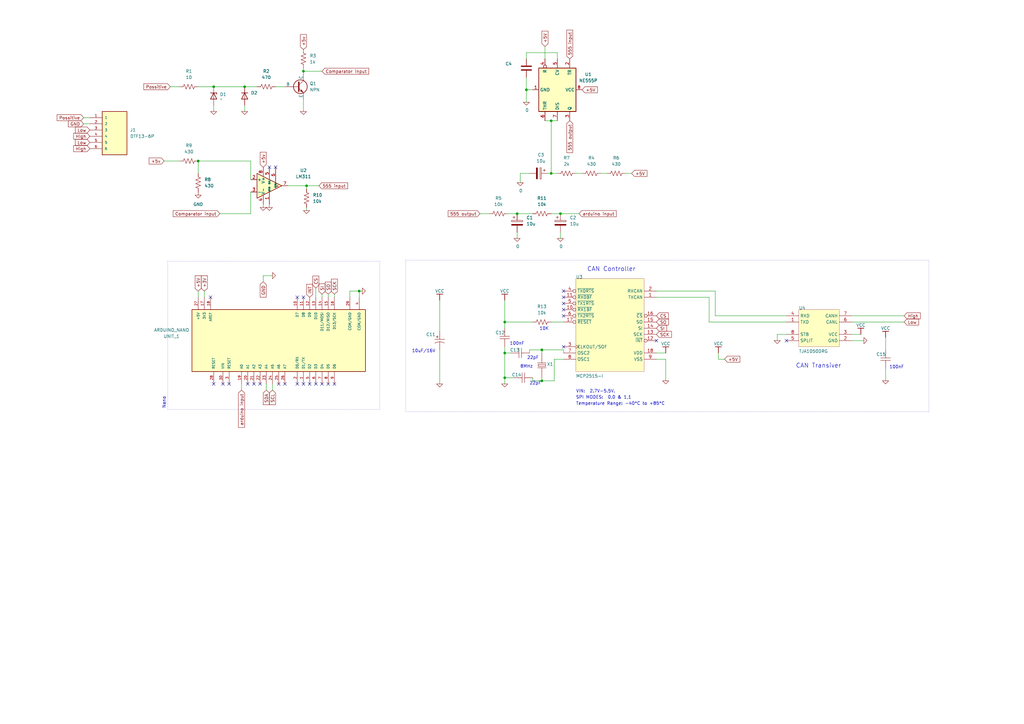
<source format=kicad_sch>
(kicad_sch (version 20250114) (generator "eeschema") (generator_version "9.0")
  (paper "A3")
  (lib_symbols
    (symbol "0_Custom:DTF13-6P" (pin_names (offset 1.016))
      (property "Reference" "J" (at -5.08 8.128 0))
      (property "Value" "DTF13-6P" (at -5.08 -12.7 0))
      (symbol "DTF13-6P_0_0"
        (rectangle (start -5.08 -10.16) (end 5.08 7.62) (stroke (width 0.254)) (fill (type background)))
        (pin passive line (at -10.16 5.08 0) (length 5.08) (name "1") (number "1"))
        (pin passive line (at -10.16 2.54 0) (length 5.08) (name "2") (number "2"))
        (pin passive line (at -10.16 0 0) (length 5.08) (name "3") (number "3"))
        (pin passive line (at -10.16 -2.54 0) (length 5.08) (name "4") (number "4"))
        (pin passive line (at -10.16 -5.08 0) (length 5.08) (name "5") (number "5"))
        (pin passive line (at -10.16 -7.62 0) (length 5.08) (name "6") (number "6"))
      )
    )
    (symbol "BAJA SAE:ARDUINO_NANO" (pin_names (offset 1.016))
      (property "Reference" "UNIT_" (at -12.7 35.56 0))
      (property "Value" "ARDUINO_NANO" (at -12.7 -38.1 0))
      (symbol "ARDUINO_NANO_0_0"
        (rectangle (start -12.7 35.56) (end 12.7 -35.56) (stroke (width 0.254)) (fill (type background)))
        (pin input line (at -17.78 26.67 0) (length 5.08) (name "RESET") (number "28"))
        (pin input line (at -17.78 22.86 0) (length 5.08) (name "VIN") (number "30"))
        (pin input line (at -17.78 20.32 0) (length 5.08) (name "RESET") (number "3"))
        (pin input line (at -17.78 15.24 0) (length 5.08) (name "A0") (number "19"))
        (pin input line (at -17.78 12.7 0) (length 5.08) (name "A1") (number "20"))
        (pin input line (at -17.78 10.16 0) (length 5.08) (name "A2") (number "21"))
        (pin input line (at -17.78 7.62 0) (length 5.08) (name "A3") (number "22"))
        (pin input line (at -17.78 5.08 0) (length 5.08) (name "A4") (number "23"))
        (pin input line (at -17.78 2.54 0) (length 5.08) (name "A5") (number "24"))
        (pin input line (at -17.78 0 0) (length 5.08) (name "A6") (number "25"))
        (pin input line (at -17.78 -2.54 0) (length 5.08) (name "A7") (number "26"))
        (pin bidirectional line (at -17.78 -7.62 0) (length 5.08) (name "D0/RX") (number "2"))
        (pin bidirectional line (at -17.78 -10.16 0) (length 5.08) (name "D1/TX") (number "1"))
        (pin bidirectional line (at -17.78 -12.7 0) (length 5.08) (name "D2") (number "5"))
        (pin bidirectional line (at -17.78 -15.24 0) (length 5.08) (name "D3") (number "6"))
        (pin bidirectional line (at -17.78 -17.78 0) (length 5.08) (name "D4") (number "7"))
        (pin bidirectional line (at -17.78 -20.32 0) (length 5.08) (name "D5") (number "8"))
        (pin bidirectional line (at -17.78 -22.86 0) (length 5.08) (name "D6") (number "9"))
        (pin power_in line (at 17.78 33.02 180) (length 5.08) (name "+5V") (number "27"))
        (pin power_in line (at 17.78 30.48 180) (length 5.08) (name "3V3") (number "17"))
        (pin power_in line (at 17.78 27.94 180) (length 5.08) (name "AREF") (number "18"))
        (pin bidirectional line (at 17.78 -7.62 180) (length 5.08) (name "D7") (number "10"))
        (pin bidirectional line (at 17.78 -10.16 180) (length 5.08) (name "D8") (number "11"))
        (pin bidirectional line (at 17.78 -12.7 180) (length 5.08) (name "D9") (number "12"))
        (pin bidirectional line (at 17.78 -15.24 180) (length 5.08) (name "D10") (number "13"))
        (pin bidirectional line (at 17.78 -17.78 180) (length 5.08) (name "D11/MOSI") (number "14"))
        (pin bidirectional line (at 17.78 -20.32 180) (length 5.08) (name "D12/MISO") (number "15"))
        (pin bidirectional line (at 17.78 -22.86 180) (length 5.08) (name "D13/SCK") (number "16"))
        (pin power_in line (at 17.78 -29.21 180) (length 5.08) (name "COM/GND") (number "29"))
        (pin power_in line (at 17.78 -33.02 180) (length 5.08) (name "COM/GND") (number "4"))
      )
    )
    (symbol "CAN Integration-altium-import:VCC_BAR" (power)
      (property "Value" "VCC" (at 0 -3.81 0))
      (symbol "VCC_BAR_0_0"
        (polyline (pts (xy -1.27 -2.54) (xy 1.27 -2.54)) (stroke (width 0.254)))
        (polyline (pts (xy 0 0) (xy 0 -2.54)) (stroke (width 0.254)))
        (pin power_in line (at 0 0 0) (length 0) (hide yes) (name "VCC") (number ""))
      )
    )
    (symbol "CAN Integration-altium-import:root_0_CRYSTAL-ECS-100-20-5PVX_adafruit.IntLib" (pin_numbers (hide yes)) (pin_names (hide yes))
      (symbol "root_0_CRYSTAL-ECS-100-20-5PVX_adafruit.IntLib_1_0"
        (polyline (pts (xy -1.778 1.016) (xy 1.778 1.016)))
        (polyline (pts (xy -1.778 -1.016) (xy 1.778 -1.016)))
        (polyline (pts (xy -1.524 0.381) (xy -1.524 -0.381)))
        (polyline (pts (xy -1.524 -0.381) (xy 1.524 -0.381)))
        (polyline (pts (xy 0 1.016) (xy 0 2.54)))
        (polyline (pts (xy 0 -2.54) (xy 0 -1.016)))
        (polyline (pts (xy 1.524 0.381) (xy -1.524 0.381)))
        (polyline (pts (xy 1.524 -0.381) (xy 1.524 0.381)))
        (pin passive line (at 0 5.08 270) (length 2.54) (name "2") (number "2"))
        (pin passive line (at 0 -5.08 90) (length 2.54) (name "1") (number "1"))
      )
    )
    (symbol "CAN Integration-altium-import:root_0_Cap_Tantalum_adafruit.IntLib" (pin_numbers (hide yes)) (pin_names (hide yes))
      (symbol "root_0_Cap_Tantalum_adafruit.IntLib_1_0"
        (polyline (pts (xy -2.032 -3.302) (xy 2.032 -3.302)))
        (polyline (pts (xy -1.524 -2.286) (xy -0.508 -2.286)))
        (polyline (pts (xy -1.016 -1.778) (xy -1.016 -2.794)))
        (polyline (pts (xy 0 -2.54) (xy 0 -3.302)))
        (polyline (pts (xy 0 -4.318) (xy 0 -5.08)))
        (arc (start 0 -4.318) (mid 0.9856 -4.4393) (end 1.9124 -4.7961))
        (arc (start -2.0163 -4.8535) (mid -1.0431 -4.4542) (end 0 -4.318))
        (pin passive line (at 0 0 270) (length 2.54) (name "1") (number "1"))
        (pin passive line (at 0 -7.62 90) (length 2.54) (name "2") (number "2"))
      )
    )
    (symbol "CAN Integration-altium-import:root_0_MCP2515_adafruit.SCHLIB"
      (symbol "root_0_MCP2515_adafruit.SCHLIB_1_0"
        (rectangle (start 27.94 0) (end 0 -38.1) (stroke (width 0.0254) (color 128 0 0 1)) (fill (type background)))
        (pin passive inverted (at -5.08 -5.08 0) (length 5.08) (name "~{TX0RTS}") (number "4"))
        (pin passive inverted (at -5.08 -7.62 0) (length 5.08) (name "~{RX0BF}") (number "11"))
        (pin passive inverted (at -5.08 -10.16 0) (length 5.08) (name "~{TX1RTS}") (number "5"))
        (pin passive inverted (at -5.08 -12.7 0) (length 5.08) (name "~{RX1BF}") (number "10"))
        (pin passive inverted (at -5.08 -15.24 0) (length 5.08) (name "~{TX2RTS}") (number "6"))
        (pin passive inverted (at -5.08 -17.78 0) (length 5.08) (name "~{RESET}") (number "17"))
        (pin passive clock (at -5.08 -27.94 0) (length 5.08) (name "CLKOUT/SOF") (number "3"))
        (pin passive line (at -5.08 -30.48 0) (length 5.08) (name "OSC2") (number "7"))
        (pin passive line (at -5.08 -33.02 0) (length 5.08) (name "OSC1") (number "8"))
        (pin passive line (at 33.02 -5.08 180) (length 5.08) (name "RXCAN") (number "2"))
        (pin passive line (at 33.02 -7.62 180) (length 5.08) (name "TXCAN") (number "1"))
        (pin passive inverted (at 33.02 -15.24 180) (length 5.08) (name "~{CS}") (number "16"))
        (pin passive line (at 33.02 -17.78 180) (length 5.08) (name "SO") (number "15"))
        (pin passive line (at 33.02 -20.32 180) (length 5.08) (name "SI") (number "14"))
        (pin passive line (at 33.02 -22.86 180) (length 5.08) (name "SCK") (number "13"))
        (pin passive inverted (at 33.02 -25.4 180) (length 5.08) (name "~{INT}") (number "12"))
        (pin passive line (at 33.02 -30.48 180) (length 5.08) (name "VDD") (number "18"))
        (pin passive line (at 33.02 -33.02 180) (length 5.08) (name "VSS") (number "9"))
      )
    )
    (symbol "CAN Integration-altium-import:root_0_TJA1050DRG_adafruit.SCHLIB"
      (symbol "root_0_TJA1050DRG_adafruit.SCHLIB_1_0"
        (rectangle (start 16.51 0) (end 0 -15.24) (stroke (width 0.0254) (color 128 0 0 1)) (fill (type background)))
        (pin passive line (at -5.08 -2.54 0) (length 5.08) (name "RXD") (number "4"))
        (pin passive line (at -5.08 -5.08 0) (length 5.08) (name "TXD") (number "1"))
        (pin passive line (at -5.08 -10.16 0) (length 5.08) (name "STB") (number "8"))
        (pin passive line (at -5.08 -12.7 0) (length 5.08) (name "SPLIT") (number "5"))
        (pin passive line (at 21.59 -2.54 180) (length 5.08) (name "CANH") (number "7"))
        (pin passive line (at 21.59 -5.08 180) (length 5.08) (name "CANL") (number "6"))
        (pin passive line (at 21.59 -10.16 180) (length 5.08) (name "VCC") (number "3"))
        (pin passive line (at 21.59 -12.7 180) (length 5.08) (name "GND") (number "2"))
      )
    )
    (symbol "CAN Integration-altium-import:root_2_Cap_0603_adafruit.IntLib" (pin_numbers (hide yes)) (pin_names (hide yes))
      (symbol "root_2_Cap_0603_adafruit.IntLib_1_0"
        (polyline (pts (xy -2.032 4.318) (xy 2.032 4.318)))
        (polyline (pts (xy 0 5.08) (xy 0 4.318)))
        (polyline (pts (xy 0 2.54) (xy 0 3.302)))
        (polyline (pts (xy 2.032 3.302) (xy -2.032 3.302)))
        (pin passive line (at 0 7.62 270) (length 2.54) (name "2") (number "2"))
        (pin passive line (at 0 0 90) (length 2.54) (name "1") (number "1"))
      )
    )
    (symbol "CAN Integration-altium-import:root_3_Cap_0603_adafruit.IntLib" (pin_numbers (hide yes)) (pin_names (hide yes))
      (symbol "root_3_Cap_0603_adafruit.IntLib_1_0"
        (polyline (pts (xy -5.08 0) (xy -4.318 0)))
        (polyline (pts (xy -4.318 -2.032) (xy -4.318 2.032)))
        (polyline (pts (xy -3.302 2.032) (xy -3.302 -2.032)))
        (polyline (pts (xy -2.54 0) (xy -3.302 0)))
        (pin passive line (at -7.62 0 0) (length 2.54) (name "2") (number "2"))
        (pin passive line (at 0 0 180) (length 2.54) (name "1") (number "1"))
      )
    )
    (symbol "Comparator:LM311" (pin_names (offset 0.127))
      (property "Reference" "U" (at 3.81 6.35 0))
      (property "Value" "LM311" (at 3.81 3.81 0))
      (symbol "LM311_0_1"
        (polyline (pts (xy 3.683 -0.381) (xy 3.302 -0.381) (xy 3.683 0) (xy 3.302 0.381) (xy 2.921 0) (xy 3.302 -0.381) (xy 2.921 -0.381)) (stroke (width 0.127)))
        (polyline (pts (xy 5.08 0) (xy -5.08 5.08) (xy -5.08 -5.08) (xy 5.08 0)) (stroke (width 0.254)) (fill (type background)))
      )
      (symbol "LM311_1_1"
        (pin input line (at -7.62 2.54 0) (length 2.54) (name "+") (number "2"))
        (pin input line (at -7.62 -2.54 0) (length 2.54) (name "-") (number "3"))
        (pin power_in line (at -2.54 7.62 270) (length 3.81) (name "V+") (number "8"))
        (pin power_in line (at -2.54 -7.62 90) (length 3.81) (name "V-") (number "4"))
        (pin input line (at 0 7.62 270) (length 5.08) (name "BAL") (number "5"))
        (pin passive line (at 0 -7.62 90) (length 5.08) (name "GND") (number "1"))
        (pin input line (at 2.54 7.62 270) (length 6.35) (name "STRB") (number "6"))
        (pin open_collector line (at 7.62 0 180) (length 2.54) (name "~") (number "7"))
      )
    )
    (symbol "Device:C" (pin_numbers (hide yes)) (pin_names (offset 0.254))
      (property "Reference" "C" (at 0.635 2.54 0))
      (property "Value" "C" (at 0.635 -2.54 0))
      (symbol "C_0_1"
        (polyline (pts (xy -2.032 0.762) (xy 2.032 0.762)) (stroke (width 0.508)))
        (polyline (pts (xy -2.032 -0.762) (xy 2.032 -0.762)) (stroke (width 0.508)))
      )
      (symbol "C_1_1"
        (pin passive line (at 0 3.81 270) (length 2.794) (name "~") (number "1"))
        (pin passive line (at 0 -3.81 90) (length 2.794) (name "~") (number "2"))
      )
    )
    (symbol "Device:C_Polarized" (pin_numbers (hide yes)) (pin_names (offset 0.254))
      (property "Reference" "C" (at 0.635 2.54 0))
      (property "Value" "C_Polarized" (at 0.635 -2.54 0))
      (symbol "C_Polarized_0_1"
        (rectangle (start -2.286 0.508) (end 2.286 1.016))
        (polyline (pts (xy -1.778 2.286) (xy -0.762 2.286)))
        (polyline (pts (xy -1.27 2.794) (xy -1.27 1.778)))
        (rectangle (start 2.286 -0.508) (end -2.286 -1.016) (fill (type outline)))
      )
      (symbol "C_Polarized_1_1"
        (pin passive line (at 0 3.81 270) (length 2.794) (name "~") (number "1"))
        (pin passive line (at 0 -3.81 90) (length 2.794) (name "~") (number "2"))
      )
    )
    (symbol "Device:D" (pin_numbers (hide yes)) (pin_names (offset 1.016) (hide yes))
      (property "Reference" "D" (at 0 2.54 0))
      (property "Value" "D" (at 0 -2.54 0))
      (symbol "D_0_1"
        (polyline (pts (xy -1.27 1.27) (xy -1.27 -1.27)) (stroke (width 0.254)))
        (polyline (pts (xy 1.27 1.27) (xy 1.27 -1.27) (xy -1.27 0) (xy 1.27 1.27)) (stroke (width 0.254)))
        (polyline (pts (xy 1.27 0) (xy -1.27 0)))
      )
      (symbol "D_1_1"
        (pin passive line (at -3.81 0 0) (length 2.54) (name "K") (number "1"))
        (pin passive line (at 3.81 0 180) (length 2.54) (name "A") (number "2"))
      )
    )
    (symbol "Device:D_Zener" (pin_numbers (hide yes)) (pin_names (offset 1.016) (hide yes))
      (property "Reference" "D" (at 0 2.54 0))
      (property "Value" "D_Zener" (at 0 -2.54 0))
      (symbol "D_Zener_0_1"
        (polyline (pts (xy -1.27 -1.27) (xy -1.27 1.27) (xy -0.762 1.27)) (stroke (width 0.254)))
        (polyline (pts (xy 1.27 0) (xy -1.27 0)))
        (polyline (pts (xy 1.27 -1.27) (xy 1.27 1.27) (xy -1.27 0) (xy 1.27 -1.27)) (stroke (width 0.254)))
      )
      (symbol "D_Zener_1_1"
        (pin passive line (at -3.81 0 0) (length 2.54) (name "K") (number "1"))
        (pin passive line (at 3.81 0 180) (length 2.54) (name "A") (number "2"))
      )
    )
    (symbol "Device:R_US" (pin_numbers (hide yes)) (pin_names (offset 0))
      (property "Reference" "R" (at 2.54 0 90))
      (property "Value" "R_US" (at -2.54 0 90))
      (symbol "R_US_0_1"
        (polyline (pts (xy 0 2.286) (xy 0 2.54)))
        (polyline (pts (xy 0 2.286) (xy 1.016 1.905) (xy 0 1.524) (xy -1.016 1.143) (xy 0 0.762)))
        (polyline (pts (xy 0 0.762) (xy 1.016 0.381) (xy 0 0) (xy -1.016 -0.381) (xy 0 -0.762)))
        (polyline (pts (xy 0 -0.762) (xy 1.016 -1.143) (xy 0 -1.524) (xy -1.016 -1.905) (xy 0 -2.286)))
        (polyline (pts (xy 0 -2.286) (xy 0 -2.54)))
      )
      (symbol "R_US_1_1"
        (pin passive line (at 0 3.81 270) (length 1.27) (name "~") (number "1"))
        (pin passive line (at 0 -3.81 90) (length 1.27) (name "~") (number "2"))
      )
    )
    (symbol "Simulation_SPICE:0" (power) (pin_numbers (hide yes)) (pin_names (offset 0) (hide yes))
      (property "Value" "0" (at 0 -2.54 0))
      (symbol "0_0_1"
        (polyline (pts (xy -1.27 0) (xy 0 -1.27) (xy 1.27 0) (xy -1.27 0)))
      )
      (symbol "0_1_1"
        (pin power_in line (at 0 0 0) (length 0) (name "~") (number "1"))
      )
    )
    (symbol "Simulation_SPICE:NPN" (pin_numbers (hide yes)) (pin_names (offset 0))
      (property "Reference" "Q" (at -2.54 7.62 0))
      (property "Value" "NPN" (at -2.54 5.08 0))
      (symbol "NPN_0_1"
        (polyline (pts (xy -2.54 0) (xy 0.635 0)) (stroke (width 0.1524)))
        (polyline (pts (xy 0.635 1.905) (xy 0.635 -1.905) (xy 0.635 -1.905)) (stroke (width 0.508)))
        (polyline (pts (xy 0.635 0.635) (xy 2.54 2.54)))
        (polyline (pts (xy 0.635 -0.635) (xy 2.54 -2.54) (xy 2.54 -2.54)))
        (circle (center 1.27 0) (radius 2.8194) (stroke (width 0.254)))
        (polyline (pts (xy 1.27 -1.778) (xy 1.778 -1.27) (xy 2.286 -2.286) (xy 1.27 -1.778) (xy 1.27 -1.778)) (fill (type outline)))
        (polyline (pts (xy 2.794 -1.27) (xy 2.794 -1.27)) (stroke (width 0.1524)))
        (polyline (pts (xy 2.794 -1.27) (xy 2.794 -1.27)) (stroke (width 0.1524)))
      )
      (symbol "NPN_1_1"
        (pin input line (at -5.08 0 0) (length 2.54) (name "B") (number "2"))
        (pin open_collector line (at 2.54 5.08 270) (length 2.54) (name "C") (number "1"))
        (pin open_emitter line (at 2.54 -5.08 90) (length 2.54) (name "E") (number "3"))
      )
    )
    (symbol "Timer:NE555P"
      (property "Reference" "U" (at -10.16 8.89 0))
      (property "Value" "NE555P" (at 2.54 8.89 0))
      (symbol "NE555P_0_0"
        (pin power_in line (at 0 10.16 270) (length 2.54) (name "VCC") (number "8"))
        (pin power_in line (at 0 -10.16 90) (length 2.54) (name "GND") (number "1"))
      )
      (symbol "NE555P_0_1"
        (rectangle (start -8.89 -7.62) (end 8.89 7.62) (stroke (width 0.254)) (fill (type background)))
        (rectangle (start -8.89 -7.62) (end 8.89 7.62) (stroke (width 0.254)) (fill (type background)))
      )
      (symbol "NE555P_1_1"
        (pin input line (at -12.7 5.08 0) (length 3.81) (name "TR") (number "2"))
        (pin input line (at -12.7 0 0) (length 3.81) (name "CV") (number "5"))
        (pin input inverted (at -12.7 -5.08 0) (length 3.81) (name "R") (number "4"))
        (pin output line (at 12.7 5.08 180) (length 3.81) (name "Q") (number "3"))
        (pin input line (at 12.7 0 180) (length 3.81) (name "DIS") (number "7"))
        (pin input line (at 12.7 -5.08 180) (length 3.81) (name "THR") (number "6"))
      )
    )
    (symbol "power:GND" (power) (pin_numbers (hide yes)) (pin_names (offset 0) (hide yes))
      (property "Value" "GND" (at 0 -3.81 0))
      (symbol "GND_0_1"
        (polyline (pts (xy 0 0) (xy 0 -1.27) (xy 1.27 -1.27) (xy 0 -2.54) (xy -1.27 -1.27) (xy 0 -1.27)))
      )
      (symbol "GND_1_1"
        (pin power_in line (at 0 0 270) (length 0) (name "~") (number "1"))
      )
    )
  )
  (rectangle (start 68.7476 107.122) (end 155.77 167.9424) (stroke (width 0) (type dot)))
  (rectangle (start 166.37 106.68) (end 381 168.91) (stroke (width 0) (type dot)))
  (text "22pF" (at 217.17 157.988 0) (effects (font (size 1.27 1.27)) (justify left bottom)))
  (text "Temperature Range: -40*C to +85*C" (at 236.22 166.37 0) (effects (font (size 1.27 1.27)) (justify left bottom)))
  (text "10uF/16V" (at 168.91 144.78 0) (effects (font (size 1.27 1.27)) (justify left bottom)))
  (text "22pF" (at 216.154 147.574 0) (effects (font (size 1.27 1.27)) (justify left bottom)))
  (text "CAN Transiver" (at 326.39 151.13 0) (effects (font (size 1.778 1.778)) (justify left bottom)))
  (text "SPI MODES:  0,0 & 1,1" (at 236.22 163.83 0) (effects (font (size 1.27 1.27)) (justify left bottom)))
  (text "CAN Controller" (at 240.792 111.506 0) (effects (font (size 1.778 1.778)) (justify left bottom)))
  (text "VIN:  2.7V-5.5V." (at 236.22 161.29 0) (effects (font (size 1.27 1.27)) (justify left bottom)))
  (text "100nF" (at 364.744 151.384 0) (effects (font (size 1.27 1.27)) (justify left bottom)))
  (text "8MHz" (at 213.36 151.13 0) (effects (font (size 1.27 1.27)) (justify left bottom)))
  (text "Nano" (at 67.31 165.1 90) (effects (font (size 1.27 1.27))))
  (text "10K" (at 221.234 135.636 0) (effects (font (size 1.27 1.27)) (justify left bottom)))
  (text "100nF" (at 209.042 141.732 0) (effects (font (size 1.27 1.27)) (justify left bottom)))
  (junction (at 207.01 132.08))
  (junction (at 87.63 35.56))
  (junction (at 207.01 144.78))
  (junction (at 222.25 143.51))
  (junction (at 125.73 76.2))
  (junction (at 229.87 87.63))
  (junction (at 226.06 49.53))
  (junction (at 215.9 36.83))
  (junction (at 226.06 71.12))
  (junction (at 147.32 119.38))
  (junction (at 100.33 35.56))
  (junction (at 124.46 29.21))
  (junction (at 207.01 154.94))
  (junction (at 222.25 156.21))
  (junction (at 212.09 87.63))
  (junction (at 81.28 66.04))
  (no_connect (at 113.03 68.58))
  (no_connect (at 114.3 157.48))
  (no_connect (at 231.14 119.38))
  (no_connect (at 132.08 157.48))
  (no_connect (at 106.68 157.48))
  (no_connect (at 129.54 157.48))
  (no_connect (at 86.36 121.92))
  (no_connect (at 91.44 157.48))
  (no_connect (at 322.58 139.7))
  (no_connect (at 101.6 157.48))
  (no_connect (at 231.14 127))
  (no_connect (at 121.92 121.92))
  (no_connect (at 231.14 124.46))
  (no_connect (at 269.24 139.7))
  (no_connect (at 104.14 157.48))
  (no_connect (at 93.98 157.48))
  (no_connect (at 231.14 142.24))
  (no_connect (at 87.63 157.48))
  (no_connect (at 231.14 129.54))
  (no_connect (at 124.46 157.48))
  (no_connect (at 110.49 68.58))
  (no_connect (at 134.62 157.48))
  (no_connect (at 137.16 157.48))
  (no_connect (at 121.92 157.48))
  (no_connect (at 127 157.48))
  (no_connect (at 124.46 121.92))
  (no_connect (at 116.84 157.48))
  (no_connect (at 231.14 121.92))
  (wire (pts (xy 207.01 144.78) (xy 209.55 144.78)))
  (wire (pts (xy 226.06 49.53) (xy 228.6 49.53)))
  (wire (pts (xy 124.46 29.21) (xy 132.08 29.21)))
  (wire (pts (xy 236.22 71.12) (xy 238.76 71.12)))
  (wire (pts (xy 87.63 43.18) (xy 87.63 45.72)))
  (wire (pts (xy 124.46 29.21) (xy 124.46 30.48)))
  (wire (pts (xy 180.34 123.19) (xy 180.34 135.89)))
  (wire (pts (xy 125.73 85.09) (xy 125.73 86.36)))
  (wire (pts (xy 207.01 144.78) (xy 207.01 154.94)))
  (wire (pts (xy 81.28 66.04) (xy 81.28 71.12)))
  (wire (pts (xy 125.73 76.2) (xy 130.81 76.2)))
  (wire (pts (xy 363.22 156.21) (xy 363.22 151.13)))
  (wire (pts (xy 363.22 138.43) (xy 363.22 143.51)))
  (wire (pts (xy 229.87 87.63) (xy 237.49 87.63)))
  (wire (pts (xy 215.9 21.59) (xy 215.9 24.13)))
  (wire (pts (xy 147.32 121.92) (xy 147.32 119.38)))
  (wire (pts (xy 228.6 21.59) (xy 215.9 21.59)))
  (wire (pts (xy 273.05 147.32) (xy 269.24 147.32)))
  (wire (pts (xy 293.37 129.54) (xy 322.58 129.54)))
  (wire (pts (xy 349.25 129.54) (xy 370.84 129.54)))
  (wire (pts (xy 273.05 156.21) (xy 273.05 147.32)))
  (wire (pts (xy 207.01 154.94) (xy 210.82 154.94)))
  (wire (pts (xy 208.28 87.63) (xy 212.09 87.63)))
  (wire (pts (xy 107.95 83.82) (xy 107.95 85.09)))
  (wire (pts (xy 69.85 35.56) (xy 73.66 35.56)))
  (wire (pts (xy 207.01 132.08) (xy 207.01 134.62)))
  (wire (pts (xy 322.58 137.16) (xy 318.77 137.16)))
  (wire (pts (xy 67.31 66.04) (xy 73.66 66.04)))
  (wire (pts (xy 269.24 121.92) (xy 290.83 121.92)))
  (wire (pts (xy 223.52 49.53) (xy 226.06 49.53)))
  (wire (pts (xy 229.87 95.25) (xy 229.87 97.79)))
  (wire (pts (xy 226.06 71.12) (xy 228.6 71.12)))
  (wire (pts (xy 227.33 147.32) (xy 227.33 156.21)))
  (wire (pts (xy 294.64 147.32) (xy 297.18 147.32)))
  (wire (pts (xy 207.01 123.19) (xy 207.01 132.08)))
  (wire (pts (xy 222.25 154.94) (xy 222.25 156.21)))
  (wire (pts (xy 222.25 156.21) (xy 227.33 156.21)))
  (wire (pts (xy 81.28 121.92) (xy 81.28 119.38)))
  (wire (pts (xy 226.06 87.63) (xy 229.87 87.63)))
  (wire (pts (xy 273.05 144.78) (xy 269.24 144.78)))
  (wire (pts (xy 81.28 66.04) (xy 102.87 66.04)))
  (wire (pts (xy 256.54 71.12) (xy 259.08 71.12)))
  (wire (pts (xy 212.09 95.25) (xy 212.09 97.79)))
  (wire (pts (xy 102.87 66.04) (xy 102.87 73.66)))
  (wire (pts (xy 223.52 19.05) (xy 223.52 24.13)))
  (wire (pts (xy 137.16 121.92) (xy 137.16 120.65)))
  (wire (pts (xy 100.33 35.56) (xy 105.41 35.56)))
  (wire (pts (xy 218.44 154.94) (xy 218.44 156.21)))
  (wire (pts (xy 212.09 87.63) (xy 218.44 87.63)))
  (wire (pts (xy 318.77 137.16) (xy 318.77 139.7)))
  (wire (pts (xy 215.9 36.83) (xy 218.44 36.83)))
  (wire (pts (xy 110.49 83.82) (xy 110.49 85.09)))
  (wire (pts (xy 111.76 113.03) (xy 107.95 113.03)))
  (wire (pts (xy 107.95 113.03) (xy 107.95 115.57)))
  (wire (pts (xy 134.62 121.92) (xy 134.62 120.65)))
  (wire (pts (xy 290.83 121.92) (xy 290.83 132.08)))
  (wire (pts (xy 102.87 87.63) (xy 90.17 87.63)))
  (wire (pts (xy 34.29 50.8) (xy 36.83 50.8)))
  (wire (pts (xy 207.01 142.24) (xy 207.01 144.78)))
  (wire (pts (xy 213.36 74.93) (xy 213.36 71.12)))
  (wire (pts (xy 124.46 27.94) (xy 124.46 29.21)))
  (wire (pts (xy 293.37 119.38) (xy 293.37 129.54)))
  (wire (pts (xy 99.06 157.48) (xy 99.06 160.02)))
  (wire (pts (xy 215.9 31.75) (xy 215.9 36.83)))
  (wire (pts (xy 349.25 132.08) (xy 370.84 132.08)))
  (wire (pts (xy 118.11 76.2) (xy 125.73 76.2)))
  (wire (pts (xy 143.51 119.38) (xy 147.32 119.38)))
  (wire (pts (xy 207.01 154.94) (xy 207.01 157.48)))
  (wire (pts (xy 81.28 35.56) (xy 87.63 35.56)))
  (wire (pts (xy 222.25 143.51) (xy 222.25 144.78)))
  (wire (pts (xy 125.73 77.47) (xy 125.73 76.2)))
  (wire (pts (xy 100.33 43.18) (xy 100.33 45.72)))
  (wire (pts (xy 111.76 160.02) (xy 111.76 157.48)))
  (wire (pts (xy 224.79 71.12) (xy 226.06 71.12)))
  (wire (pts (xy 87.63 35.56) (xy 100.33 35.56)))
  (wire (pts (xy 217.17 143.51) (xy 217.17 144.78)))
  (wire (pts (xy 129.54 118.11) (xy 129.54 121.92)))
  (wire (pts (xy 231.14 132.08) (xy 226.06 132.08)))
  (wire (pts (xy 290.83 132.08) (xy 322.58 132.08)))
  (wire (pts (xy 102.87 78.74) (xy 102.87 87.63)))
  (wire (pts (xy 354.33 139.7) (xy 349.25 139.7)))
  (wire (pts (xy 246.38 71.12) (xy 248.92 71.12)))
  (wire (pts (xy 124.46 40.64) (xy 124.46 45.72)))
  (wire (pts (xy 109.22 160.02) (xy 109.22 157.48)))
  (wire (pts (xy 196.85 87.63) (xy 200.66 87.63)))
  (wire (pts (xy 217.17 143.51) (xy 222.25 143.51)))
  (wire (pts (xy 34.29 48.26) (xy 36.83 48.26)))
  (wire (pts (xy 222.25 143.51) (xy 231.14 143.51)))
  (wire (pts (xy 213.36 71.12) (xy 217.17 71.12)))
  (wire (pts (xy 180.34 157.48) (xy 180.34 143.51)))
  (wire (pts (xy 353.06 137.16) (xy 349.25 137.16)))
  (wire (pts (xy 226.06 49.53) (xy 226.06 71.12)))
  (wire (pts (xy 215.9 41.91) (xy 215.9 36.83)))
  (wire (pts (xy 231.14 143.51) (xy 231.14 144.78)))
  (wire (pts (xy 228.6 24.13) (xy 228.6 21.59)))
  (wire (pts (xy 218.44 156.21) (xy 222.25 156.21)))
  (wire (pts (xy 294.64 144.78) (xy 294.64 147.32)))
  (wire (pts (xy 113.03 35.56) (xy 116.84 35.56)))
  (wire (pts (xy 269.24 119.38) (xy 293.37 119.38)))
  (wire (pts (xy 143.51 121.92) (xy 143.51 119.38)))
  (wire (pts (xy 231.14 147.32) (xy 227.33 147.32)))
  (wire (pts (xy 83.82 121.92) (xy 83.82 119.38)))
  (wire (pts (xy 132.08 121.92) (xy 132.08 120.65)))
  (wire (pts (xy 147.32 119.38) (xy 148.59 119.38)))
  (wire (pts (xy 218.44 132.08) (xy 207.01 132.08)))
  (global_label "+5V" (shape input) (at 223.52 19.05 90) (property "Intersheetrefs" "${INTERSHEET_REFS}" (effects (hide yes))))
  (global_label "CS" (shape input) (at 269.24 129.54 0) (property "Intersheetrefs" "${INTERSHEET_REFS}" (effects (hide yes))))
  (global_label "555 input" (shape input) (at 130.81 76.2 0) (property "Intersheetrefs" "${INTERSHEET_REFS}" (effects (hide yes))))
  (global_label "555 output" (shape input) (at 196.85 87.63 180) (property "Intersheetrefs" "${INTERSHEET_REFS}" (effects (hide yes))))
  (global_label "High" (shape input) (at 370.84 129.54 0) (property "Intersheetrefs" "${INTERSHEET_REFS}" (effects (hide yes))))
  (global_label "arduino input" (shape input) (at 237.49 87.63 0) (property "Intersheetrefs" "${INTERSHEET_REFS}" (effects (hide yes))))
  (global_label "SO" (shape input) (at 269.24 132.08 0) (property "Intersheetrefs" "${INTERSHEET_REFS}" (effects (hide yes))))
  (global_label "SI" (shape input) (at 269.24 134.62 0) (property "Intersheetrefs" "${INTERSHEET_REFS}" (effects (hide yes))))
  (global_label "High" (shape input) (at 36.83 55.88 180) (property "Intersheetrefs" "${INTERSHEET_REFS}" (effects (hide yes))))
  (global_label "SI" (shape input) (at 132.08 120.65 90) (property "Intersheetrefs" "${INTERSHEET_REFS}" (effects (hide yes))))
  (global_label "+5V" (shape input) (at 81.28 119.38 90) (property "Intersheetrefs" "${INTERSHEET_REFS}" (effects (hide yes))))
  (global_label "+5V" (shape input) (at 297.18 147.32 0) (property "Intersheetrefs" "${INTERSHEET_REFS}" (effects (hide yes))))
  (global_label "CS" (shape input) (at 129.54 118.11 90) (property "Intersheetrefs" "${INTERSHEET_REFS}" (effects (hide yes))))
  (global_label "GND" (shape input) (at 107.95 115.57 270) (property "Intersheetrefs" "${INTERSHEET_REFS}" (effects (hide yes))))
  (global_label "Low" (shape input) (at 370.84 132.08 0) (property "Intersheetrefs" "${INTERSHEET_REFS}" (effects (hide yes))))
  (global_label "555 input" (shape input) (at 233.68 24.13 90) (property "Intersheetrefs" "${INTERSHEET_REFS}" (effects (hide yes))))
  (global_label "+5v" (shape input) (at 124.46 20.32 90) (property "Intersheetrefs" "${INTERSHEET_REFS}" (effects (hide yes))))
  (global_label "SO" (shape input) (at 134.62 120.65 90) (property "Intersheetrefs" "${INTERSHEET_REFS}" (effects (hide yes))))
  (global_label "SCK" (shape input) (at 137.16 120.65 90) (property "Intersheetrefs" "${INTERSHEET_REFS}" (effects (hide yes))))
  (global_label "Possitive" (shape input) (at 34.29 48.26 180) (property "Intersheetrefs" "${INTERSHEET_REFS}" (effects (hide yes))))
  (global_label "GND" (shape input) (at 34.29 50.8 180) (property "Intersheetrefs" "${INTERSHEET_REFS}" (effects (hide yes))))
  (global_label "INT" (shape input) (at 127 121.92 90) (property "Intersheetrefs" "${INTERSHEET_REFS}" (effects (hide yes))))
  (global_label "arduino input" (shape input) (at 99.06 160.02 270) (property "Intersheetrefs" "${INTERSHEET_REFS}" (effects (hide yes))))
  (global_label "Comparator input" (shape input) (at 90.17 87.63 180) (property "Intersheetrefs" "${INTERSHEET_REFS}" (effects (hide yes))))
  (global_label "Low" (shape input) (at 36.83 53.34 180) (property "Intersheetrefs" "${INTERSHEET_REFS}" (effects (hide yes))))
  (global_label "+5V" (shape input) (at 238.76 36.83 0) (property "Intersheetrefs" "${INTERSHEET_REFS}" (effects (hide yes))))
  (global_label "SCL" (shape input) (at 111.76 160.02 270) (property "Intersheetrefs" "${INTERSHEET_REFS}" (effects (hide yes))))
  (global_label "+5v" (shape input) (at 67.31 66.04 180) (property "Intersheetrefs" "${INTERSHEET_REFS}" (effects (hide yes))))
  (global_label "555 output" (shape input) (at 233.68 49.53 270) (property "Intersheetrefs" "${INTERSHEET_REFS}" (effects (hide yes))))
  (global_label "+5V" (shape input) (at 259.08 71.12 0) (property "Intersheetrefs" "${INTERSHEET_REFS}" (effects (hide yes))))
  (global_label "Possitive" (shape input) (at 69.85 35.56 180) (property "Intersheetrefs" "${INTERSHEET_REFS}" (effects (hide yes))))
  (global_label "SDA" (shape input) (at 109.22 160.02 270) (property "Intersheetrefs" "${INTERSHEET_REFS}" (effects (hide yes))))
  (global_label "SCK" (shape input) (at 269.24 137.16 0) (property "Intersheetrefs" "${INTERSHEET_REFS}" (effects (hide yes))))
  (global_label "Comparator input" (shape input) (at 132.08 29.21 0) (property "Intersheetrefs" "${INTERSHEET_REFS}" (effects (hide yes))))
  (global_label "+5v" (shape input) (at 107.95 68.58 90) (property "Intersheetrefs" "${INTERSHEET_REFS}" (effects (hide yes))))
  (global_label "High" (shape input) (at 36.83 60.96 180) (property "Intersheetrefs" "${INTERSHEET_REFS}" (effects (hide yes))))
  (global_label "+3V" (shape input) (at 83.82 119.38 90) (property "Intersheetrefs" "${INTERSHEET_REFS}" (effects (hide yes))))
  (global_label "Low" (shape input) (at 36.83 58.42 180) (property "Intersheetrefs" "${INTERSHEET_REFS}" (effects (hide yes))))
  (symbol (lib_id "Device:D_Zener") (at 87.63 39.37 270) (unit 1)
    (property "Reference" "D1" (at 90.17 38.7349 90) (effects (justify left)))
    (property "Value" "~" (at 90.17 40.64 90) (effects (justify left)))
    (property "Footprint" "Diode_THT:D_A-405_P7.62mm_Horizontal" (effects (hide yes)))
    (property "Description" "Zener diode" (effects (hide yes)))
  )
  (symbol (lib_id "0_Custom:DTF13-6P") (at 46.99 53.34 0) (unit 1)
    (property "Reference" "J1" (at 53.34 53.3399 0) (effects (justify left)))
    (property "Value" "DTF13-6P" (at 53.34 55.8799 0) (effects (justify left)))
    (property "Footprint" "0_Baja_2025:TE_DTF13-6P" (effects (hide yes)))
    (property "Comment" "DTF13-6P" (effects (hide yes)))
    (property "MF" "TE Connectivity" (effects (hide yes)))
    (property "MAXIMUM_PACKAGE_HEIGHT" "22.35mm" (effects (hide yes)))
    (property "Package" "None" (effects (hide yes)))
    (property "Price" "None" (effects (hide yes)))
    (property "Check_prices" "https://www.snapeda.com/parts/DTF13-6P/TE+Connectivity+Deutsch+Connectors/view-part/?ref=eda" (effects (hide yes)))
    (property "STANDARD" "Manufacturer Recommendations" (effects (hide yes)))
    (property "PARTREV" "B" (effects (hide yes)))
    (property "SnapEDA_Link" "https://www.snapeda.com/parts/DTF13-6P/TE+Connectivity+Deutsch+Connectors/view-part/?ref=snap" (effects (hide yes)))
    (property "MP" "DTF13-6P" (effects (hide yes)))
    (property "EU_RoHS_Compliance" "Compliant with Exemptions" (effects (hide yes)))
    (property "Description_1" "Connector, 6-Way, Black, Polyamide, DT Series | TE Connectivity DTF13-6P" (effects (hide yes)))
    (property "Availability" "In Stock" (effects (hide yes)))
    (property "MANUFACTURER" "TE Connectivity" (effects (hide yes)))
  )
  (symbol (lib_id "CAN Integration-altium-import:VCC_BAR") (at 180.34 123.19 180) (unit 1)
    (property "Reference" "#PWR0112" (effects (hide yes)))
    (property "Value" "VCC" (at 180.34 119.38 0))
  )
  (symbol (lib_id "Simulation_SPICE:0") (at 212.09 97.79 0) (unit 1)
    (property "Reference" "#GND011" (effects (hide yes)))
    (property "Value" "0" (at 212.344 101.092 0))
    (property "Datasheet" "https://ngspice.sourceforge.io/docs/ngspice-html-manual/manual.xhtml#subsec_Circuit_elements__device" (effects (hide yes)))
    (property "Description" "0V reference potential for simulation" (effects (hide yes)))
  )
  (symbol (lib_id "CAN Integration-altium-import:root_0_CRYSTAL-ECS-100-20-5PVX_adafruit.IntLib") (at 222.25 149.86 0) (unit 0)
    (property "Reference" "X1" (at 224.282 150.114 0) (effects (justify left bottom)))
    (property "Value" "${ALTIUM_VALUE}" (effects (hide yes)))
    (property "Footprint" "Crystal:Crystal_SMD_HC49-SD" (effects (hide yes)))
    (property "Description" "10MHz Â±30ppm Crystal 20pF 60 Ohms HC-49/US" (effects (hide yes)))
    (property "AVAILABILITY" "Warning" (effects (hide yes)))
    (property "SNAPEDA_LINK" "https://www.snapeda.com/parts/ECS-100-20-5PVX/ECS%20Inc./view-part/2721546/?ref=snap" (effects (hide yes)))
    (property "MP" "ECS-100-20-5PVX" (effects (hide yes)))
    (property "ALTIUM_VALUE" "8MHz" (effects (hide yes)))
    (property "PRICE" "None" (effects (hide yes)))
    (property "PACKAGE" "HC49/US ECS International" (effects (hide yes)))
    (property "MF" "ECS Inc." (effects (hide yes)))
    (property "CHECK_PRICES" "https://www.snapeda.com/parts/ECS-100-20-5PVX/ECS%20Inc./view-part/2721546/?ref=eda" (effects (hide yes)))
  )
  (symbol (lib_id "Simulation_SPICE:0") (at 363.22 156.21 0) (unit 1)
    (property "Reference" "#GND018" (effects (hide yes)))
    (property "Value" "0" (effects (hide yes)))
    (property "Datasheet" "https://ngspice.sourceforge.io/docs/ngspice-html-manual/manual.xhtml#subsec_Circuit_elements__device" (effects (hide yes)))
    (property "Description" "0V reference potential for simulation" (effects (hide yes)))
  )
  (symbol (lib_id "Simulation_SPICE:0") (at 207.01 157.48 0) (unit 1)
    (property "Reference" "#GND013" (effects (hide yes)))
    (property "Value" "0" (effects (hide yes)))
    (property "Datasheet" "https://ngspice.sourceforge.io/docs/ngspice-html-manual/manual.xhtml#subsec_Circuit_elements__device" (effects (hide yes)))
    (property "Description" "0V reference potential for simulation" (effects (hide yes)))
  )
  (symbol (lib_id "power:GND") (at 81.28 78.74 0) (unit 1)
    (property "Reference" "#PWR01" (effects (hide yes)))
    (property "Value" "GND" (at 81.28 83.82 0))
    (property "Description" "Power symbol creates a global label with name \"GND\" , ground" (effects (hide yes)))
  )
  (symbol (lib_id "Simulation_SPICE:0") (at 111.76 113.03 90) (unit 1)
    (property "Reference" "#GND03" (effects (hide yes)))
    (property "Value" "0" (effects (hide yes)))
    (property "Datasheet" "https://ngspice.sourceforge.io/docs/ngspice-html-manual/manual.xhtml#subsec_Circuit_elements__device" (effects (hide yes)))
    (property "Description" "0V reference potential for simulation" (effects (hide yes)))
  )
  (symbol (lib_id "Device:R_US") (at 222.25 87.63 90) (unit 1)
    (property "Reference" "R11" (at 222.25 81.28 90))
    (property "Value" "10k" (at 222.25 83.82 90))
    (property "Footprint" "Resistor_THT:R_Axial_DIN0204_L3.6mm_D1.6mm_P7.62mm_Horizontal" (effects (hide yes)))
    (property "Description" "Resistor, US symbol" (effects (hide yes)))
  )
  (symbol (lib_id "Simulation_SPICE:0") (at 318.77 139.7 0) (unit 1)
    (property "Reference" "#GND016" (effects (hide yes)))
    (property "Value" "0" (effects (hide yes)))
    (property "Datasheet" "https://ngspice.sourceforge.io/docs/ngspice-html-manual/manual.xhtml#subsec_Circuit_elements__device" (effects (hide yes)))
    (property "Description" "0V reference potential for simulation" (effects (hide yes)))
  )
  (symbol (lib_id "Simulation_SPICE:0") (at 100.33 45.72 0) (unit 1)
    (property "Reference" "#GND05" (effects (hide yes)))
    (property "Value" "0" (effects (hide yes)))
    (property "Datasheet" "https://ngspice.sourceforge.io/docs/ngspice-html-manual/manual.xhtml#subsec_Circuit_elements__device" (effects (hide yes)))
    (property "Description" "0V reference potential for simulation" (effects (hide yes)))
  )
  (symbol (lib_id "Device:C_Polarized") (at 212.09 91.44 0) (unit 1)
    (property "Reference" "C1" (at 215.9 89.2809 0) (effects (justify left)))
    (property "Value" "10u" (at 215.9 91.8209 0) (effects (justify left)))
    (property "Footprint" "Capacitor_THT:CP_Radial_D5.0mm_P2.50mm" (effects (hide yes)))
    (property "Description" "Polarized capacitor" (effects (hide yes)))
  )
  (symbol (lib_id "Device:R_US") (at 242.57 71.12 90) (unit 1)
    (property "Reference" "R4" (at 242.57 64.77 90))
    (property "Value" "430" (at 242.57 67.31 90))
    (property "Footprint" "Resistor_THT:R_Axial_DIN0204_L3.6mm_D1.6mm_P7.62mm_Horizontal" (effects (hide yes)))
    (property "Description" "Resistor, US symbol" (effects (hide yes)))
  )
  (symbol (lib_id "BAJA SAE:ARDUINO_NANO") (at 114.3 139.7 90) (unit 1)
    (property "Reference" "UNIT_1" (at 70.358 137.922 90))
    (property "Value" "ARDUINO_NANO" (at 70.358 135.382 90))
    (property "Footprint" "0_Baja_2025:SHIELD_ARDUINO_NANO" (effects (hide yes)))
    (property "MP" "Arduino Nano" (effects (hide yes)))
  )
  (symbol (lib_id "Device:C_Polarized") (at 229.87 91.44 0) (unit 1)
    (property "Reference" "C2" (at 233.68 89.2809 0) (effects (justify left)))
    (property "Value" "10u" (at 233.68 91.8209 0) (effects (justify left)))
    (property "Footprint" "Capacitor_THT:CP_Radial_D5.0mm_P2.50mm" (effects (hide yes)))
    (property "Description" "Polarized capacitor" (effects (hide yes)))
  )
  (symbol (lib_id "CAN Integration-altium-import:VCC_BAR") (at 363.22 138.43 180) (unit 1)
    (property "Reference" "#PWR0102" (effects (hide yes)))
    (property "Value" "VCC" (at 363.22 134.62 0))
  )
  (symbol (lib_id "Device:R_US") (at 77.47 66.04 90) (unit 1)
    (property "Reference" "R9" (at 77.47 59.69 90))
    (property "Value" "430" (at 77.47 62.23 90))
    (property "Footprint" "Resistor_THT:R_Axial_DIN0204_L3.6mm_D1.6mm_P7.62mm_Horizontal" (effects (hide yes)))
    (property "Description" "Resistor, US symbol" (effects (hide yes)))
  )
  (symbol (lib_id "CAN Integration-altium-import:VCC_BAR") (at 294.64 144.78 180) (unit 1)
    (property "Reference" "#PWR0108" (effects (hide yes)))
    (property "Value" "VCC" (at 294.64 140.97 0))
  )
  (symbol (lib_id "CAN Integration-altium-import:root_3_Cap_0603_adafruit.IntLib") (at 218.44 154.94 0) (unit 0)
    (property "Reference" "C14" (at 209.931 154.432 0) (effects (justify left bottom)))
    (property "Value" "${ALTIUM_VALUE}" (effects (hide yes)))
    (property "Footprint" "Capacitor_SMD:C_0603_1608Metric" (effects (hide yes)))
    (property "Description" "Capacitor, X5R, ±10%, 6.3V" (effects (hide yes)))
    (property "PART NUMBER" "C0603-N.C." (effects (hide yes)))
    (property "MANUFACTURER" "N.A." (effects (hide yes)))
    (property "DATASHEET" "*" (effects (hide yes)))
    (property "LATESTREVISIONDATE" "2009-11-23" (effects (hide yes)))
    (property "PIN COUNT" "2" (effects (hide yes)))
    (property "PUBLISHER" "Nordic Semiconductor" (effects (hide yes)))
    (property "PUBLISHED" "2009-05-08" (effects (hide yes)))
    (property "ALTIUM_VALUE" "22pF" (effects (hide yes)))
    (property "VOLTS" "6.3V" (effects (hide yes)))
    (property "SUPPLIER" "*" (effects (hide yes)))
    (property "SUPPLIER PART NUMBER" "*" (effects (hide yes)))
    (property "2ND SOURCE SUPPLIER" "*" (effects (hide yes)))
    (property "2ND SOURCE PART NUMBER" "*" (effects (hide yes)))
    (property "ARTIKKELNR NOCA" "20069060" (effects (hide yes)))
    (property "FOOTPRINT DOC" "0603" (effects (hide yes)))
    (property "ARTIKKELNR SIMPRO" "N.A." (effects (hide yes)))
    (property "MANUFACTURER PART NUMBER" "N.A." (effects (hide yes)))
  )
  (symbol (lib_id "CAN Integration-altium-import:root_3_Cap_0603_adafruit.IntLib") (at 217.17 144.78 0) (unit 0)
    (property "Reference" "C13" (at 209.169 144.272 0) (effects (justify left bottom)))
    (property "Value" "${ALTIUM_VALUE}" (effects (hide yes)))
    (property "Footprint" "Capacitor_SMD:C_0603_1608Metric" (effects (hide yes)))
    (property "Description" "Capacitor, X5R, ±10%, 6.3V" (effects (hide yes)))
    (property "PART NUMBER" "C0603-N.C." (effects (hide yes)))
    (property "MANUFACTURER" "N.A." (effects (hide yes)))
    (property "DATASHEET" "*" (effects (hide yes)))
    (property "LATESTREVISIONDATE" "2009-11-23" (effects (hide yes)))
    (property "PIN COUNT" "2" (effects (hide yes)))
    (property "PUBLISHER" "Nordic Semiconductor" (effects (hide yes)))
    (property "PUBLISHED" "2009-05-08" (effects (hide yes)))
    (property "ALTIUM_VALUE" "22pF" (effects (hide yes)))
    (property "VOLTS" "6.3V" (effects (hide yes)))
    (property "SUPPLIER" "*" (effects (hide yes)))
    (property "SUPPLIER PART NUMBER" "*" (effects (hide yes)))
    (property "2ND SOURCE SUPPLIER" "*" (effects (hide yes)))
    (property "2ND SOURCE PART NUMBER" "*" (effects (hide yes)))
    (property "ARTIKKELNR NOCA" "20069060" (effects (hide yes)))
    (property "FOOTPRINT DOC" "0603" (effects (hide yes)))
    (property "ARTIKKELNR SIMPRO" "N.A." (effects (hide yes)))
    (property "MANUFACTURER PART NUMBER" "N.A." (effects (hide yes)))
  )
  (symbol (lib_id "CAN Integration-altium-import:root_0_Cap_Tantalum_adafruit.IntLib") (at 180.34 135.89 0) (unit 0)
    (property "Reference" "C11" (at 174.752 137.922 0) (effects (justify left bottom)))
    (property "Value" "10uF/16V" (effects (hide yes)))
    (property "Footprint" "Capacitor_Tantalum_SMD:CP_EIA-1608-08_AVX-J" (effects (hide yes)))
    (property "Description" "SMD Tantalum Capacitor" (effects (hide yes)))
  )
  (symbol (lib_id "CAN Integration-altium-import:VCC_BAR") (at 353.06 137.16 180) (unit 1)
    (property "Reference" "#PWR0101" (effects (hide yes)))
    (property "Value" "VCC" (at 353.06 133.35 0))
  )
  (symbol (lib_id "Device:R_US") (at 81.28 74.93 180) (unit 1)
    (property "Reference" "R8" (at 83.82 73.6599 0) (effects (justify right)))
    (property "Value" "430" (at 83.82 76.1999 0) (effects (justify right)))
    (property "Footprint" "Resistor_THT:R_Axial_DIN0204_L3.6mm_D1.6mm_P7.62mm_Horizontal" (effects (hide yes)))
    (property "Description" "Resistor, US symbol" (effects (hide yes)))
  )
  (symbol (lib_id "Device:C") (at 215.9 27.94 0) (unit 1)
    (property "Reference" "C4" (at 207.264 26.162 0) (effects (justify left)))
    (property "Value" "C" (effects (hide yes)))
    (property "Footprint" "Capacitor_THT:C_Disc_D6.0mm_W4.4mm_P5.00mm" (effects (hide yes)))
    (property "Description" "Unpolarized capacitor" (effects (hide yes)))
  )
  (symbol (lib_id "CAN Integration-altium-import:root_0_TJA1050DRG_adafruit.SCHLIB") (at 327.66 127 0) (unit 0)
    (property "Reference" "U4" (at 327.66 127 0) (effects (justify left bottom)))
    (property "Value" "TJA1050DRG" (at 327.66 144.78 0) (effects (justify left bottom)))
    (property "Footprint" "Package_SO:SOIC-8_5.3x5.3mm_P1.27mm" (effects (hide yes)))
    (property "Description" "CAN Transiver" (effects (hide yes)))
    (property "SYMBOL" "TJA1050DRG" (effects (hide yes)))
    (property "DEVICE" "TJA1050DRG" (effects (hide yes)))
    (property "LCSC PART NAME" "TJA1050DRG" (effects (hide yes)))
    (property "SUPPLIER PART" "C19723770" (effects (hide yes)))
    (property "MANUFACTURER" "HGC(深圳汉芯)" (effects (hide yes)))
    (property "MANUFACTURER PART" "TJA1050DRG" (effects (hide yes)))
    (property "SUPPLIER FOOTPRINT" "SOP-8" (effects (hide yes)))
    (property "JLCPCB PART CLASS" "Extended Part" (effects (hide yes)))
    (property "DATASHEET" "https://atta.szlcsc.com/upload/public/pdf/source/20231229/9EC40A6172CAB0350BF7AF3421F4DEBF.pdf" (effects (hide yes)))
    (property "SUPPLIER" "LCSC" (effects (hide yes)))
    (property "ADD INTO BOM" "yes" (effects (hide yes)))
    (property "CONVERT TO PCB" "yes" (effects (hide yes)))
  )
  (symbol (lib_id "CAN Integration-altium-import:VCC_BAR") (at 207.01 123.19 180) (unit 1)
    (property "Reference" "#PWR0115" (effects (hide yes)))
    (property "Value" "VCC" (at 207.01 119.38 0))
  )
  (symbol (lib_id "CAN Integration-altium-import:root_2_Cap_0603_adafruit.IntLib") (at 207.01 142.24 0) (unit 0)
    (property "Reference" "C12" (at 203.2 137.16 0) (effects (justify left bottom)))
    (property "Value" "${ALTIUM_VALUE}" (effects (hide yes)))
    (property "Footprint" "Capacitor_SMD:C_0603_1608Metric" (effects (hide yes)))
    (property "Description" "Capacitor, X5R, ±10%, 6.3V" (effects (hide yes)))
    (property "PART NUMBER" "C0603-N.C." (effects (hide yes)))
    (property "MANUFACTURER" "N.A." (effects (hide yes)))
    (property "DATASHEET" "*" (effects (hide yes)))
    (property "LATESTREVISIONDATE" "2009-11-23" (effects (hide yes)))
    (property "PIN COUNT" "2" (effects (hide yes)))
    (property "PUBLISHER" "Nordic Semiconductor" (effects (hide yes)))
    (property "PUBLISHED" "2009-05-08" (effects (hide yes)))
    (property "ALTIUM_VALUE" "100nF" (effects (hide yes)))
    (property "VOLTS" "6.3V" (effects (hide yes)))
    (property "SUPPLIER" "*" (effects (hide yes)))
    (property "SUPPLIER PART NUMBER" "*" (effects (hide yes)))
    (property "2ND SOURCE SUPPLIER" "*" (effects (hide yes)))
    (property "2ND SOURCE PART NUMBER" "*" (effects (hide yes)))
    (property "ARTIKKELNR NOCA" "20069060" (effects (hide yes)))
    (property "FOOTPRINT DOC" "0603" (effects (hide yes)))
    (property "ARTIKKELNR SIMPRO" "N.A." (effects (hide yes)))
    (property "MANUFACTURER PART NUMBER" "N.A." (effects (hide yes)))
  )
  (symbol (lib_id "Simulation_SPICE:0") (at 215.9 41.91 0) (unit 1)
    (property "Reference" "#GND09" (effects (hide yes)))
    (property "Value" "0" (at 216.154 45.212 0))
    (property "Datasheet" "https://ngspice.sourceforge.io/docs/ngspice-html-manual/manual.xhtml#subsec_Circuit_elements__device" (effects (hide yes)))
    (property "Description" "0V reference potential for simulation" (effects (hide yes)))
  )
  (symbol (lib_id "Device:C_Polarized") (at 220.98 71.12 270) (unit 1)
    (property "Reference" "C3" (at 221.869 63.5 90))
    (property "Value" "10u" (at 221.869 66.04 90))
    (property "Footprint" "Capacitor_THT:CP_Radial_D5.0mm_P2.50mm" (effects (hide yes)))
    (property "Description" "Polarized capacitor" (effects (hide yes)))
  )
  (symbol (lib_id "Simulation_SPICE:0") (at 229.87 97.79 0) (unit 1)
    (property "Reference" "#GND012" (effects (hide yes)))
    (property "Value" "0" (at 230.124 101.092 0))
    (property "Datasheet" "https://ngspice.sourceforge.io/docs/ngspice-html-manual/manual.xhtml#subsec_Circuit_elements__device" (effects (hide yes)))
    (property "Description" "0V reference potential for simulation" (effects (hide yes)))
  )
  (symbol (lib_id "Simulation_SPICE:0") (at 180.34 157.48 0) (unit 1)
    (property "Reference" "#GND015" (effects (hide yes)))
    (property "Value" "0" (effects (hide yes)))
    (property "Datasheet" "https://ngspice.sourceforge.io/docs/ngspice-html-manual/manual.xhtml#subsec_Circuit_elements__device" (effects (hide yes)))
    (property "Description" "0V reference potential for simulation" (effects (hide yes)))
  )
  (symbol (lib_id "Simulation_SPICE:NPN") (at 121.92 35.56 0) (unit 1)
    (property "Reference" "Q1" (at 127 34.2899 0) (effects (justify left)))
    (property "Value" "NPN" (at 127 36.8299 0) (effects (justify left)))
    (property "Footprint" "Package_TO_SOT_THT:TO-92L_Inline" (effects (hide yes)))
    (property "Datasheet" "https://ngspice.sourceforge.io/docs/ngspice-html-manual/manual.xhtml#cha_BJTs" (effects (hide yes)))
    (property "Description" "Bipolar transistor symbol for simulation only, substrate tied to the emitter" (effects (hide yes)))
    (property "Sim.Device" "NPN" (effects (hide yes)))
    (property "Sim.Type" "GUMMELPOON" (effects (hide yes)))
    (property "Sim.Pins" "1=C 2=B 3=E" (effects (hide yes)))
  )
  (symbol (lib_id "CAN Integration-altium-import:root_0_MCP2515_adafruit.SCHLIB") (at 236.22 114.3 0) (unit 0)
    (property "Reference" "U3" (at 236.22 114.3 0) (effects (justify left bottom)))
    (property "Value" "MCP2515-I" (at 236.22 154.94 0) (effects (justify left bottom)))
    (property "Footprint" "Package_SO:SOIC-18W_7.5x11.6mm_P1.27mm" (effects (hide yes)))
    (property "Description" "CAN Controller" (effects (hide yes)))
    (property "SYMBOL" "MCP2515-I" (effects (hide yes)))
    (property "DEVICE" "MCP2515-I" (effects (hide yes)))
    (property "SUPPLIER" "LCSC" (effects (hide yes)))
    (property "SUPPLIER PART" "C5250735" (effects (hide yes)))
    (property "MANUFACTURER" "Tokmas(托克马斯)" (effects (hide yes)))
    (property "MANUFACTURER PART" "MCP2515-I" (effects (hide yes)))
    (property "JLCPCB PART CLASS" "Extended Part" (effects (hide yes)))
    (property "LCSC PART NAME" "CAN芯片" (effects (hide yes)))
    (property "SUPPLIER FOOTPRINT" "TSSOP-20" (effects (hide yes)))
    (property "DATASHEET" "https://atta.szlcsc.com/upload/public/pdf/source/20221108/54102364C5045B746FF767DA10992A5D.pdf" (effects (hide yes)))
    (property "ADD INTO BOM" "yes" (effects (hide yes)))
    (property "CONVERT TO PCB" "yes" (effects (hide yes)))
  )
  (symbol (lib_id "Device:R_US") (at 204.47 87.63 90) (unit 1)
    (property "Reference" "R5" (at 204.47 81.28 90))
    (property "Value" "10k" (at 204.47 83.82 90))
    (property "Footprint" "Resistor_THT:R_Axial_DIN0204_L3.6mm_D1.6mm_P7.62mm_Horizontal" (effects (hide yes)))
    (property "Description" "Resistor, US symbol" (effects (hide yes)))
  )
  (symbol (lib_id "Simulation_SPICE:0") (at 110.49 85.09 0) (unit 1)
    (property "Reference" "#GND014" (effects (hide yes)))
    (property "Value" "0" (effects (hide yes)))
    (property "Datasheet" "https://ngspice.sourceforge.io/docs/ngspice-html-manual/manual.xhtml#subsec_Circuit_elements__device" (effects (hide yes)))
    (property "Description" "0V reference potential for simulation" (effects (hide yes)))
  )
  (symbol (lib_id "Device:D") (at 100.33 39.37 270) (unit 1)
    (property "Reference" "D2" (at 102.87 38.0999 90) (effects (justify left)))
    (property "Value" "D" (effects (hide yes)))
    (property "Footprint" "Diode_THT:D_A-405_P7.62mm_Horizontal" (effects (hide yes)))
    (property "Description" "Diode" (effects (hide yes)))
    (property "Sim.Device" "D" (effects (hide yes)))
    (property "Sim.Pins" "1=K 2=A" (effects (hide yes)))
  )
  (symbol (lib_id "CAN Integration-altium-import:root_2_Cap_0603_adafruit.IntLib") (at 363.22 151.13 0) (unit 0)
    (property "Reference" "C15" (at 359.41 146.05 0) (effects (justify left bottom)))
    (property "Value" "${ALTIUM_VALUE}" (effects (hide yes)))
    (property "Footprint" "Capacitor_SMD:C_0603_1608Metric" (effects (hide yes)))
    (property "Description" "Capacitor, X5R, ±10%, 6.3V" (effects (hide yes)))
    (property "PART NUMBER" "C0603-N.C." (effects (hide yes)))
    (property "MANUFACTURER" "N.A." (effects (hide yes)))
    (property "DATASHEET" "*" (effects (hide yes)))
    (property "LATESTREVISIONDATE" "2009-11-23" (effects (hide yes)))
    (property "PIN COUNT" "2" (effects (hide yes)))
    (property "PUBLISHER" "Nordic Semiconductor" (effects (hide yes)))
    (property "PUBLISHED" "2009-05-08" (effects (hide yes)))
    (property "ALTIUM_VALUE" "100nF" (effects (hide yes)))
    (property "VOLTS" "6.3V" (effects (hide yes)))
    (property "SUPPLIER" "*" (effects (hide yes)))
    (property "SUPPLIER PART NUMBER" "*" (effects (hide yes)))
    (property "2ND SOURCE SUPPLIER" "*" (effects (hide yes)))
    (property "2ND SOURCE PART NUMBER" "*" (effects (hide yes)))
    (property "ARTIKKELNR NOCA" "20069060" (effects (hide yes)))
    (property "FOOTPRINT DOC" "0603" (effects (hide yes)))
    (property "ARTIKKELNR SIMPRO" "N.A." (effects (hide yes)))
    (property "MANUFACTURER PART NUMBER" "N.A." (effects (hide yes)))
  )
  (symbol (lib_id "Device:R_US") (at 109.22 35.56 90) (unit 1)
    (property "Reference" "R2" (at 109.22 29.21 90))
    (property "Value" "470" (at 109.22 31.75 90))
    (property "Footprint" "Resistor_THT:R_Axial_DIN0204_L3.6mm_D1.6mm_P7.62mm_Horizontal" (effects (hide yes)))
    (property "Description" "Resistor, US symbol" (effects (hide yes)))
    (property "Sim.Device" "R" (effects (hide yes)))
    (property "Sim.Pins" "1=+ 2=-" (effects (hide yes)))
  )
  (symbol (lib_id "Device:R_US") (at 252.73 71.12 90) (unit 1)
    (property "Reference" "R6" (at 252.73 64.77 90))
    (property "Value" "430" (at 252.73 67.31 90))
    (property "Footprint" "Resistor_THT:R_Axial_DIN0204_L3.6mm_D1.6mm_P7.62mm_Horizontal" (effects (hide yes)))
    (property "Description" "Resistor, US symbol" (effects (hide yes)))
  )
  (symbol (lib_id "Comparator:LM311") (at 110.49 76.2 0) (unit 1)
    (property "Reference" "U2" (at 124.46 69.8814 0))
    (property "Value" "LM311" (at 124.46 72.4214 0))
    (property "Footprint" "Package_DIP:DIP-8_W7.62mm" (effects (hide yes)))
    (property "Datasheet" "https://www.st.com/resource/en/datasheet/lm311.pdf" (effects (hide yes)))
    (property "Description" "Voltage Comparator, DIP-8/SOIC-8" (effects (hide yes)))
  )
  (symbol (lib_id "CAN Integration-altium-import:VCC_BAR") (at 273.05 144.78 180) (unit 1)
    (property "Reference" "#PWR0103" (effects (hide yes)))
    (property "Value" "VCC" (at 273.05 140.97 0))
  )
  (symbol (lib_id "Timer:NE555P") (at 228.6 36.83 270) (unit 1)
    (property "Reference" "U1" (at 241.3 30.5114 90))
    (property "Value" "NE555P" (at 241.3 33.0514 90))
    (property "Footprint" "Package_DIP:DIP-8_W7.62mm" (effects (hide yes)))
    (property "Datasheet" "http://www.ti.com/lit/ds/symlink/ne555.pdf" (effects (hide yes)))
    (property "Description" "Precision Timers, 555 compatible,  PDIP-8" (effects (hide yes)))
  )
  (symbol (lib_id "Simulation_SPICE:0") (at 124.46 45.72 0) (unit 1)
    (property "Reference" "#GND06" (effects (hide yes)))
    (property "Value" "0" (effects (hide yes)))
    (property "Datasheet" "https://ngspice.sourceforge.io/docs/ngspice-html-manual/manual.xhtml#subsec_Circuit_elements__device" (effects (hide yes)))
    (property "Description" "0V reference potential for simulation" (effects (hide yes)))
  )
  (symbol (lib_id "Device:R_US") (at 222.25 132.08 90) (unit 1)
    (property "Reference" "R13" (at 222.25 125.73 90))
    (property "Value" "10k" (at 222.25 128.27 90))
    (property "Footprint" "Resistor_THT:R_Axial_DIN0204_L3.6mm_D1.6mm_P7.62mm_Horizontal" (effects (hide yes)))
    (property "Description" "Resistor, US symbol" (effects (hide yes)))
  )
  (symbol (lib_id "Simulation_SPICE:0") (at 125.73 86.36 0) (unit 1)
    (property "Reference" "#GND08" (effects (hide yes)))
    (property "Value" "0" (effects (hide yes)))
    (property "Datasheet" "https://ngspice.sourceforge.io/docs/ngspice-html-manual/manual.xhtml#subsec_Circuit_elements__device" (effects (hide yes)))
    (property "Description" "0V reference potential for simulation" (effects (hide yes)))
  )
  (symbol (lib_id "Simulation_SPICE:0") (at 148.59 119.38 90) (unit 1)
    (property "Reference" "#GND02" (effects (hide yes)))
    (property "Value" "0" (effects (hide yes)))
    (property "Datasheet" "https://ngspice.sourceforge.io/docs/ngspice-html-manual/manual.xhtml#subsec_Circuit_elements__device" (effects (hide yes)))
    (property "Description" "0V reference potential for simulation" (effects (hide yes)))
  )
  (symbol (lib_id "Device:R_US") (at 125.73 81.28 0) (unit 1)
    (property "Reference" "R10" (at 128.27 80.0099 0) (effects (justify left)))
    (property "Value" "10k" (at 128.27 82.5499 0) (effects (justify left)))
    (property "Footprint" "Resistor_THT:R_Axial_DIN0204_L3.6mm_D1.6mm_P7.62mm_Horizontal" (effects (hide yes)))
    (property "Description" "Resistor, US symbol" (effects (hide yes)))
  )
  (symbol (lib_id "Device:R_US") (at 232.41 71.12 90) (unit 1)
    (property "Reference" "R7" (at 232.41 64.77 90))
    (property "Value" "2k" (at 232.41 67.31 90))
    (property "Footprint" "Resistor_THT:R_Axial_DIN0204_L3.6mm_D1.6mm_P7.62mm_Horizontal" (effects (hide yes)))
    (property "Description" "Resistor, US symbol" (effects (hide yes)))
  )
  (symbol (lib_id "Simulation_SPICE:0") (at 87.63 45.72 0) (unit 1)
    (property "Reference" "#GND04" (effects (hide yes)))
    (property "Value" "0" (effects (hide yes)))
    (property "Datasheet" "https://ngspice.sourceforge.io/docs/ngspice-html-manual/manual.xhtml#subsec_Circuit_elements__device" (effects (hide yes)))
    (property "Description" "0V reference potential for simulation" (effects (hide yes)))
  )
  (symbol (lib_id "Simulation_SPICE:0") (at 213.36 74.93 0) (unit 1)
    (property "Reference" "#GND010" (effects (hide yes)))
    (property "Value" "0" (at 213.614 78.232 0))
    (property "Datasheet" "https://ngspice.sourceforge.io/docs/ngspice-html-manual/manual.xhtml#subsec_Circuit_elements__device" (effects (hide yes)))
    (property "Description" "0V reference potential for simulation" (effects (hide yes)))
  )
  (symbol (lib_id "Simulation_SPICE:0") (at 107.95 85.09 0) (unit 1)
    (property "Reference" "#GND07" (effects (hide yes)))
    (property "Value" "0" (effects (hide yes)))
    (property "Datasheet" "https://ngspice.sourceforge.io/docs/ngspice-html-manual/manual.xhtml#subsec_Circuit_elements__device" (effects (hide yes)))
    (property "Description" "0V reference potential for simulation" (effects (hide yes)))
  )
  (symbol (lib_id "Simulation_SPICE:0") (at 273.05 156.21 0) (unit 1)
    (property "Reference" "#GND01" (effects (hide yes)))
    (property "Value" "0" (effects (hide yes)))
    (property "Datasheet" "https://ngspice.sourceforge.io/docs/ngspice-html-manual/manual.xhtml#subsec_Circuit_elements__device" (effects (hide yes)))
    (property "Description" "0V reference potential for simulation" (effects (hide yes)))
  )
  (symbol (lib_id "Device:R_US") (at 77.47 35.56 90) (unit 1)
    (property "Reference" "R1" (at 77.47 29.21 90))
    (property "Value" "10" (at 77.47 31.75 90))
    (property "Footprint" "Resistor_THT:R_Axial_DIN0204_L3.6mm_D1.6mm_P7.62mm_Horizontal" (effects (hide yes)))
    (property "Description" "Resistor, US symbol" (effects (hide yes)))
  )
  (symbol (lib_id "Simulation_SPICE:0") (at 354.33 139.7 90) (unit 1)
    (property "Reference" "#GND017" (effects (hide yes)))
    (property "Value" "0" (effects (hide yes)))
    (property "Datasheet" "https://ngspice.sourceforge.io/docs/ngspice-html-manual/manual.xhtml#subsec_Circuit_elements__device" (effects (hide yes)))
    (property "Description" "0V reference potential for simulation" (effects (hide yes)))
  )
  (symbol (lib_id "Device:R_US") (at 124.46 24.13 0) (unit 1)
    (property "Reference" "R3" (at 127 22.8599 0) (effects (justify left)))
    (property "Value" "1k" (at 127 25.3999 0) (effects (justify left)))
    (property "Footprint" "Resistor_THT:R_Axial_DIN0204_L3.6mm_D1.6mm_P7.62mm_Horizontal" (effects (hide yes)))
    (property "Description" "Resistor, US symbol" (effects (hide yes)))
  )
)
</source>
